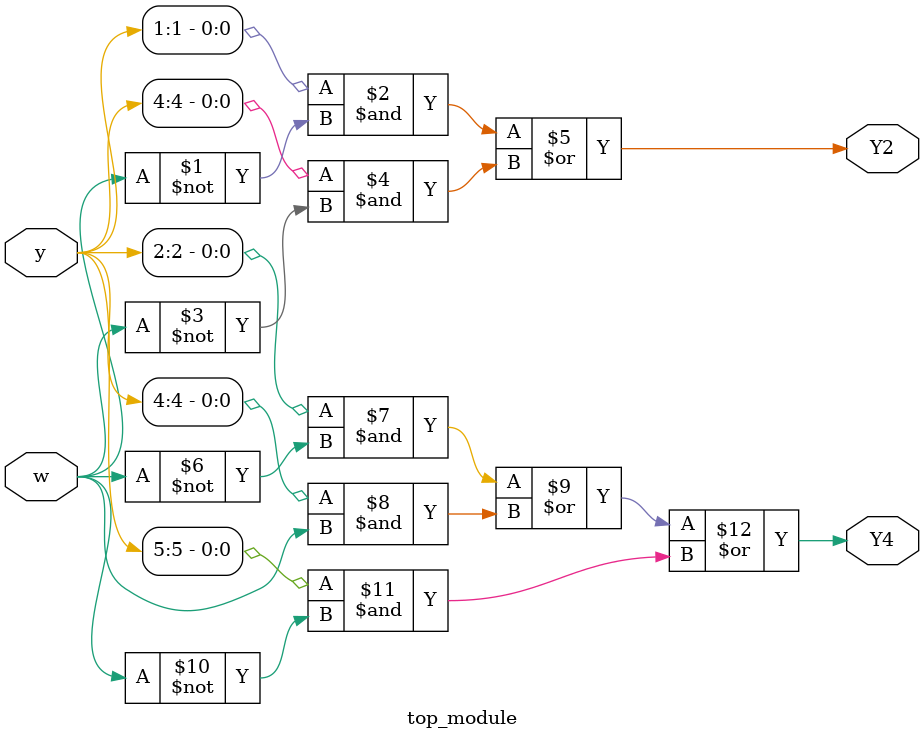
<source format=sv>
module top_module (
    input [6:1] y,
    input w,
    output Y2,
    output Y4
);

// Next state logic for y[2] (state B and D)
assign Y2 = (y[1] & ~w) | (y[4] & ~w);

// Next state logic for y[4] (state C, D, and E)
assign Y4 = (y[2] & ~w) | (y[4] & w) | (y[5] & ~w);

endmodule

</source>
